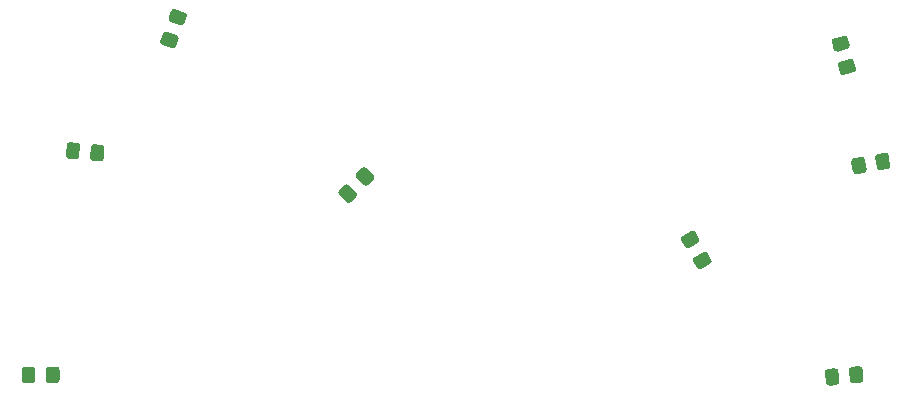
<source format=gtp>
G04 #@! TF.GenerationSoftware,KiCad,Pcbnew,(5.1.6)-1*
G04 #@! TF.CreationDate,2021-12-09T10:58:41+01:00*
G04 #@! TF.ProjectId,opamp_vu_meter,6f70616d-705f-4767-955f-6d657465722e,rev?*
G04 #@! TF.SameCoordinates,Original*
G04 #@! TF.FileFunction,Paste,Top*
G04 #@! TF.FilePolarity,Positive*
%FSLAX46Y46*%
G04 Gerber Fmt 4.6, Leading zero omitted, Abs format (unit mm)*
G04 Created by KiCad (PCBNEW (5.1.6)-1) date 2021-12-09 10:58:41*
%MOMM*%
%LPD*%
G01*
G04 APERTURE LIST*
G04 APERTURE END LIST*
G04 #@! TO.C,D2*
G36*
G01*
X180083489Y-38438939D02*
X179214154Y-38671876D01*
G75*
G02*
X178907969Y-38495101I-64705J241480D01*
G01*
X178739736Y-37867247D01*
G75*
G02*
X178916511Y-37561062I241480J64705D01*
G01*
X179785846Y-37328124D01*
G75*
G02*
X180092031Y-37504899I64705J-241480D01*
G01*
X180260264Y-38132753D01*
G75*
G02*
X180083489Y-38438938I-241480J-64705D01*
G01*
G37*
G36*
G01*
X179552909Y-36458791D02*
X178683574Y-36691728D01*
G75*
G02*
X178377389Y-36514953I-64705J241480D01*
G01*
X178209156Y-35887099D01*
G75*
G02*
X178385931Y-35580914I241480J64705D01*
G01*
X179255266Y-35347976D01*
G75*
G02*
X179561451Y-35524751I64705J-241480D01*
G01*
X179729684Y-36152605D01*
G75*
G02*
X179552909Y-36458790I-241480J-64705D01*
G01*
G37*
G04 #@! TD*
G04 #@! TO.C,D3*
G36*
G01*
X123076772Y-34481048D02*
X122231046Y-34173229D01*
G75*
G02*
X122081629Y-33852802I85505J234922D01*
G01*
X122303943Y-33242000D01*
G75*
G02*
X122624370Y-33092583I234922J-85505D01*
G01*
X123470096Y-33400401D01*
G75*
G02*
X123619513Y-33720828I-85505J-234922D01*
G01*
X123397199Y-34331630D01*
G75*
G02*
X123076772Y-34481047I-234922J85505D01*
G01*
G37*
G36*
G01*
X122375630Y-36407418D02*
X121529904Y-36099599D01*
G75*
G02*
X121380487Y-35779172I85505J234922D01*
G01*
X121602801Y-35168370D01*
G75*
G02*
X121923228Y-35018953I234922J-85505D01*
G01*
X122768954Y-35326771D01*
G75*
G02*
X122918371Y-35647198I-85505J-234922D01*
G01*
X122696057Y-36258000D01*
G75*
G02*
X122375630Y-36407417I-234922J85505D01*
G01*
G37*
G04 #@! TD*
G04 #@! TO.C,D4*
G36*
G01*
X116642560Y-44869150D02*
X116564120Y-45765727D01*
G75*
G02*
X116293283Y-45992986I-249048J21789D01*
G01*
X115645755Y-45936335D01*
G75*
G02*
X115418496Y-45665498I21789J249048D01*
G01*
X115496936Y-44768921D01*
G75*
G02*
X115767773Y-44541662I249048J-21789D01*
G01*
X116415301Y-44598313D01*
G75*
G02*
X116642560Y-44869150I-21789J-249048D01*
G01*
G37*
G36*
G01*
X114600360Y-44690480D02*
X114521920Y-45587057D01*
G75*
G02*
X114251083Y-45814316I-249048J21789D01*
G01*
X113603555Y-45757665D01*
G75*
G02*
X113376296Y-45486828I21789J249048D01*
G01*
X113454736Y-44590251D01*
G75*
G02*
X113725573Y-44362992I249048J-21789D01*
G01*
X114373101Y-44419643D01*
G75*
G02*
X114600360Y-44690480I-21789J-249048D01*
G01*
G37*
G04 #@! TD*
G04 #@! TO.C,D5*
G36*
G01*
X182061877Y-46543012D02*
X181905594Y-45656683D01*
G75*
G02*
X182108383Y-45367070I246201J43412D01*
G01*
X182748510Y-45254199D01*
G75*
G02*
X183038123Y-45456988I43412J-246201D01*
G01*
X183194406Y-46343317D01*
G75*
G02*
X182991617Y-46632930I-246201J-43412D01*
G01*
X182351490Y-46745801D01*
G75*
G02*
X182061877Y-46543012I-43412J246201D01*
G01*
G37*
G36*
G01*
X180043021Y-46898990D02*
X179886738Y-46012661D01*
G75*
G02*
X180089527Y-45723048I246201J43412D01*
G01*
X180729654Y-45610177D01*
G75*
G02*
X181019267Y-45812966I43412J-246201D01*
G01*
X181175550Y-46699295D01*
G75*
G02*
X180972761Y-46988908I-246201J-43412D01*
G01*
X180332634Y-47101779D01*
G75*
G02*
X180043021Y-46898990I-43412J246201D01*
G01*
G37*
G04 #@! TD*
G04 #@! TO.C,D6*
G36*
G01*
X138611180Y-48000001D02*
X137974783Y-47363604D01*
G75*
G02*
X137974783Y-47010052I176776J176776D01*
G01*
X138434404Y-46550431D01*
G75*
G02*
X138787956Y-46550431I176776J-176776D01*
G01*
X139424353Y-47186828D01*
G75*
G02*
X139424353Y-47540380I-176776J-176776D01*
G01*
X138964732Y-48000001D01*
G75*
G02*
X138611180Y-48000001I-176776J176776D01*
G01*
G37*
G36*
G01*
X137161612Y-49449569D02*
X136525215Y-48813172D01*
G75*
G02*
X136525215Y-48459620I176776J176776D01*
G01*
X136984836Y-47999999D01*
G75*
G02*
X137338388Y-47999999I176776J-176776D01*
G01*
X137974785Y-48636396D01*
G75*
G02*
X137974785Y-48989948I-176776J-176776D01*
G01*
X137515164Y-49449569D01*
G75*
G02*
X137161612Y-49449569I-176776J176776D01*
G01*
G37*
G04 #@! TD*
G04 #@! TO.C,D7*
G36*
G01*
X167939712Y-54660640D02*
X167160288Y-55110641D01*
G75*
G02*
X166818783Y-55019135I-125000J216505D01*
G01*
X166493782Y-54456216D01*
G75*
G02*
X166585288Y-54114712I216505J124999D01*
G01*
X167364713Y-53664711D01*
G75*
G02*
X167706217Y-53756217I124999J-216505D01*
G01*
X168031218Y-54319136D01*
G75*
G02*
X167939713Y-54660640I-216505J-124999D01*
G01*
G37*
G36*
G01*
X166914712Y-52885288D02*
X166135288Y-53335289D01*
G75*
G02*
X165793783Y-53243783I-125000J216505D01*
G01*
X165468782Y-52680864D01*
G75*
G02*
X165560288Y-52339360I216505J124999D01*
G01*
X166339713Y-51889359D01*
G75*
G02*
X166681217Y-51980865I124999J-216505D01*
G01*
X167006218Y-52543784D01*
G75*
G02*
X166914713Y-52885288I-216505J-124999D01*
G01*
G37*
G04 #@! TD*
G04 #@! TO.C,D8*
G36*
G01*
X110790572Y-63622010D02*
X110790572Y-64522012D01*
G75*
G02*
X110540573Y-64772011I-249999J0D01*
G01*
X109890571Y-64772011D01*
G75*
G02*
X109640572Y-64522012I0J249999D01*
G01*
X109640572Y-63622010D01*
G75*
G02*
X109890571Y-63372011I249999J0D01*
G01*
X110540573Y-63372011D01*
G75*
G02*
X110790572Y-63622010I0J-249999D01*
G01*
G37*
G36*
G01*
X112840572Y-63622010D02*
X112840572Y-64522012D01*
G75*
G02*
X112590573Y-64772011I-249999J0D01*
G01*
X111940571Y-64772011D01*
G75*
G02*
X111690572Y-64522012I0J249999D01*
G01*
X111690572Y-63622010D01*
G75*
G02*
X111940571Y-63372011I249999J0D01*
G01*
X112590573Y-63372011D01*
G75*
G02*
X112840572Y-63622010I0J-249999D01*
G01*
G37*
G04 #@! TD*
G04 #@! TO.C,D9*
G36*
G01*
X177716408Y-64748403D02*
X177637968Y-63851826D01*
G75*
G02*
X177865227Y-63580989I249048J21789D01*
G01*
X178512755Y-63524338D01*
G75*
G02*
X178783592Y-63751597I21789J-249048D01*
G01*
X178862032Y-64648174D01*
G75*
G02*
X178634773Y-64919011I-249048J-21789D01*
G01*
X177987245Y-64975662D01*
G75*
G02*
X177716408Y-64748403I-21789J249048D01*
G01*
G37*
G36*
G01*
X179758608Y-64569733D02*
X179680168Y-63673156D01*
G75*
G02*
X179907427Y-63402319I249048J21789D01*
G01*
X180554955Y-63345668D01*
G75*
G02*
X180825792Y-63572927I21789J-249048D01*
G01*
X180904232Y-64469504D01*
G75*
G02*
X180676973Y-64740341I-249048J-21789D01*
G01*
X180029445Y-64796992D01*
G75*
G02*
X179758608Y-64569733I-21789J249048D01*
G01*
G37*
G04 #@! TD*
M02*

</source>
